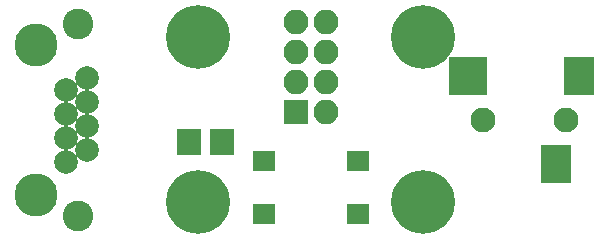
<source format=gbr>
G04 #@! TF.FileFunction,Soldermask,Top*
%FSLAX46Y46*%
G04 Gerber Fmt 4.6, Leading zero omitted, Abs format (unit mm)*
G04 Created by KiCad (PCBNEW 4.0.7) date 01/10/18 16:31:50*
%MOMM*%
%LPD*%
G01*
G04 APERTURE LIST*
%ADD10C,0.150000*%
%ADD11C,2.600000*%
%ADD12C,3.650000*%
%ADD13C,2.000000*%
%ADD14C,5.400000*%
%ADD15R,2.609800X3.194000*%
%ADD16R,3.194000X3.194000*%
%ADD17C,2.101800*%
%ADD18R,2.000200X2.203400*%
%ADD19R,2.100000X2.100000*%
%ADD20O,2.100000X2.100000*%
%ADD21R,1.950000X1.700000*%
G04 APERTURE END LIST*
D10*
D11*
X31112000Y-27430000D03*
X31112000Y-43690000D03*
D12*
X27552000Y-29210000D03*
X27552000Y-41910000D03*
D13*
X30092000Y-35060000D03*
X30092000Y-37090000D03*
X31872000Y-34030000D03*
X31872000Y-36060000D03*
X31872000Y-32000000D03*
X30092000Y-33030000D03*
X31872000Y-38090000D03*
X30092000Y-39120000D03*
D14*
X41275000Y-28575000D03*
D15*
X71551800Y-39268400D03*
D16*
X64160400Y-31851600D03*
D15*
X73558400Y-31851600D03*
D17*
X65430400Y-35560000D03*
X72440800Y-35560000D03*
D18*
X40513000Y-37465000D03*
X43307000Y-37465000D03*
D19*
X49530000Y-34925000D03*
D20*
X52070000Y-34925000D03*
X49530000Y-32385000D03*
X52070000Y-32385000D03*
X49530000Y-29845000D03*
X52070000Y-29845000D03*
X49530000Y-27305000D03*
X52070000Y-27305000D03*
D21*
X54775000Y-39025000D03*
X54775000Y-43525000D03*
X46825000Y-43525000D03*
X46825000Y-39025000D03*
D14*
X41275000Y-42545000D03*
X60325000Y-28575000D03*
X60325000Y-42545000D03*
M02*

</source>
